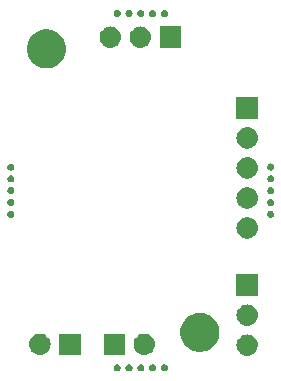
<source format=gbr>
G04 #@! TF.GenerationSoftware,KiCad,Pcbnew,5.0.2-bee76a0~70~ubuntu18.04.1*
G04 #@! TF.CreationDate,2019-07-19T10:46:57+02:00*
G04 #@! TF.ProjectId,AutoGardener_Outdoor,4175746f-4761-4726-9465-6e65725f4f75,rev?*
G04 #@! TF.SameCoordinates,Original*
G04 #@! TF.FileFunction,Soldermask,Bot*
G04 #@! TF.FilePolarity,Negative*
%FSLAX46Y46*%
G04 Gerber Fmt 4.6, Leading zero omitted, Abs format (unit mm)*
G04 Created by KiCad (PCBNEW 5.0.2-bee76a0~70~ubuntu18.04.1) date Fri 19 Jul 2019 10:46:57 CEST*
%MOMM*%
%LPD*%
G01*
G04 APERTURE LIST*
%ADD10C,0.100000*%
G04 APERTURE END LIST*
D10*
G36*
X191087796Y-149710567D02*
X191142578Y-149733258D01*
X191191879Y-149766200D01*
X191233800Y-149808121D01*
X191266742Y-149857422D01*
X191289433Y-149912204D01*
X191301000Y-149970353D01*
X191301000Y-150029647D01*
X191289433Y-150087796D01*
X191266742Y-150142578D01*
X191233800Y-150191879D01*
X191191879Y-150233800D01*
X191142578Y-150266742D01*
X191087796Y-150289433D01*
X191029647Y-150301000D01*
X190970353Y-150301000D01*
X190912204Y-150289433D01*
X190857422Y-150266742D01*
X190808121Y-150233800D01*
X190766200Y-150191879D01*
X190733258Y-150142578D01*
X190710567Y-150087796D01*
X190699000Y-150029647D01*
X190699000Y-149970353D01*
X190710567Y-149912204D01*
X190733258Y-149857422D01*
X190766200Y-149808121D01*
X190808121Y-149766200D01*
X190857422Y-149733258D01*
X190912204Y-149710567D01*
X190970353Y-149699000D01*
X191029647Y-149699000D01*
X191087796Y-149710567D01*
X191087796Y-149710567D01*
G37*
G36*
X193087796Y-149710567D02*
X193142578Y-149733258D01*
X193191879Y-149766200D01*
X193233800Y-149808121D01*
X193266742Y-149857422D01*
X193289433Y-149912204D01*
X193301000Y-149970353D01*
X193301000Y-150029647D01*
X193289433Y-150087796D01*
X193266742Y-150142578D01*
X193233800Y-150191879D01*
X193191879Y-150233800D01*
X193142578Y-150266742D01*
X193087796Y-150289433D01*
X193029647Y-150301000D01*
X192970353Y-150301000D01*
X192912204Y-150289433D01*
X192857422Y-150266742D01*
X192808121Y-150233800D01*
X192766200Y-150191879D01*
X192733258Y-150142578D01*
X192710567Y-150087796D01*
X192699000Y-150029647D01*
X192699000Y-149970353D01*
X192710567Y-149912204D01*
X192733258Y-149857422D01*
X192766200Y-149808121D01*
X192808121Y-149766200D01*
X192857422Y-149733258D01*
X192912204Y-149710567D01*
X192970353Y-149699000D01*
X193029647Y-149699000D01*
X193087796Y-149710567D01*
X193087796Y-149710567D01*
G37*
G36*
X189087796Y-149710567D02*
X189142578Y-149733258D01*
X189191879Y-149766200D01*
X189233800Y-149808121D01*
X189266742Y-149857422D01*
X189289433Y-149912204D01*
X189301000Y-149970353D01*
X189301000Y-150029647D01*
X189289433Y-150087796D01*
X189266742Y-150142578D01*
X189233800Y-150191879D01*
X189191879Y-150233800D01*
X189142578Y-150266742D01*
X189087796Y-150289433D01*
X189029647Y-150301000D01*
X188970353Y-150301000D01*
X188912204Y-150289433D01*
X188857422Y-150266742D01*
X188808121Y-150233800D01*
X188766200Y-150191879D01*
X188733258Y-150142578D01*
X188710567Y-150087796D01*
X188699000Y-150029647D01*
X188699000Y-149970353D01*
X188710567Y-149912204D01*
X188733258Y-149857422D01*
X188766200Y-149808121D01*
X188808121Y-149766200D01*
X188857422Y-149733258D01*
X188912204Y-149710567D01*
X188970353Y-149699000D01*
X189029647Y-149699000D01*
X189087796Y-149710567D01*
X189087796Y-149710567D01*
G37*
G36*
X190087796Y-149710567D02*
X190142578Y-149733258D01*
X190191879Y-149766200D01*
X190233800Y-149808121D01*
X190266742Y-149857422D01*
X190289433Y-149912204D01*
X190301000Y-149970353D01*
X190301000Y-150029647D01*
X190289433Y-150087796D01*
X190266742Y-150142578D01*
X190233800Y-150191879D01*
X190191879Y-150233800D01*
X190142578Y-150266742D01*
X190087796Y-150289433D01*
X190029647Y-150301000D01*
X189970353Y-150301000D01*
X189912204Y-150289433D01*
X189857422Y-150266742D01*
X189808121Y-150233800D01*
X189766200Y-150191879D01*
X189733258Y-150142578D01*
X189710567Y-150087796D01*
X189699000Y-150029647D01*
X189699000Y-149970353D01*
X189710567Y-149912204D01*
X189733258Y-149857422D01*
X189766200Y-149808121D01*
X189808121Y-149766200D01*
X189857422Y-149733258D01*
X189912204Y-149710567D01*
X189970353Y-149699000D01*
X190029647Y-149699000D01*
X190087796Y-149710567D01*
X190087796Y-149710567D01*
G37*
G36*
X192087796Y-149710567D02*
X192142578Y-149733258D01*
X192191879Y-149766200D01*
X192233800Y-149808121D01*
X192266742Y-149857422D01*
X192289433Y-149912204D01*
X192301000Y-149970353D01*
X192301000Y-150029647D01*
X192289433Y-150087796D01*
X192266742Y-150142578D01*
X192233800Y-150191879D01*
X192191879Y-150233800D01*
X192142578Y-150266742D01*
X192087796Y-150289433D01*
X192029647Y-150301000D01*
X191970353Y-150301000D01*
X191912204Y-150289433D01*
X191857422Y-150266742D01*
X191808121Y-150233800D01*
X191766200Y-150191879D01*
X191733258Y-150142578D01*
X191710567Y-150087796D01*
X191699000Y-150029647D01*
X191699000Y-149970353D01*
X191710567Y-149912204D01*
X191733258Y-149857422D01*
X191766200Y-149808121D01*
X191808121Y-149766200D01*
X191857422Y-149733258D01*
X191912204Y-149710567D01*
X191970353Y-149699000D01*
X192029647Y-149699000D01*
X192087796Y-149710567D01*
X192087796Y-149710567D01*
G37*
G36*
X200110442Y-147185518D02*
X200176627Y-147192037D01*
X200289853Y-147226384D01*
X200346467Y-147243557D01*
X200485087Y-147317652D01*
X200502991Y-147327222D01*
X200538729Y-147356552D01*
X200640186Y-147439814D01*
X200723448Y-147541271D01*
X200752778Y-147577009D01*
X200752779Y-147577011D01*
X200836443Y-147733533D01*
X200836443Y-147733534D01*
X200887963Y-147903373D01*
X200905359Y-148080000D01*
X200887963Y-148256627D01*
X200880140Y-148282415D01*
X200836443Y-148426467D01*
X200795539Y-148502991D01*
X200752778Y-148582991D01*
X200723448Y-148618729D01*
X200640186Y-148720186D01*
X200538729Y-148803448D01*
X200502991Y-148832778D01*
X200502989Y-148832779D01*
X200346467Y-148916443D01*
X200289853Y-148933616D01*
X200176627Y-148967963D01*
X200110443Y-148974481D01*
X200044260Y-148981000D01*
X199955740Y-148981000D01*
X199889557Y-148974481D01*
X199823373Y-148967963D01*
X199710147Y-148933616D01*
X199653533Y-148916443D01*
X199497011Y-148832779D01*
X199497009Y-148832778D01*
X199461271Y-148803448D01*
X199359814Y-148720186D01*
X199276552Y-148618729D01*
X199247222Y-148582991D01*
X199204461Y-148502991D01*
X199163557Y-148426467D01*
X199119860Y-148282415D01*
X199112037Y-148256627D01*
X199094641Y-148080000D01*
X199112037Y-147903373D01*
X199163557Y-147733534D01*
X199163557Y-147733533D01*
X199247221Y-147577011D01*
X199247222Y-147577009D01*
X199276552Y-147541271D01*
X199359814Y-147439814D01*
X199461271Y-147356552D01*
X199497009Y-147327222D01*
X199514913Y-147317652D01*
X199653533Y-147243557D01*
X199710147Y-147226384D01*
X199823373Y-147192037D01*
X199889558Y-147185518D01*
X199955740Y-147179000D01*
X200044260Y-147179000D01*
X200110442Y-147185518D01*
X200110442Y-147185518D01*
G37*
G36*
X191400442Y-147105518D02*
X191466627Y-147112037D01*
X191579853Y-147146384D01*
X191636467Y-147163557D01*
X191775087Y-147237652D01*
X191792991Y-147247222D01*
X191828729Y-147276552D01*
X191930186Y-147359814D01*
X191995839Y-147439814D01*
X192042778Y-147497009D01*
X192042779Y-147497011D01*
X192126443Y-147653533D01*
X192126443Y-147653534D01*
X192177963Y-147823373D01*
X192195359Y-148000000D01*
X192177963Y-148176627D01*
X192153696Y-148256625D01*
X192126443Y-148346467D01*
X192052348Y-148485087D01*
X192042778Y-148502991D01*
X192013448Y-148538729D01*
X191930186Y-148640186D01*
X191832705Y-148720185D01*
X191792991Y-148752778D01*
X191792989Y-148752779D01*
X191636467Y-148836443D01*
X191579853Y-148853616D01*
X191466627Y-148887963D01*
X191400443Y-148894481D01*
X191334260Y-148901000D01*
X191245740Y-148901000D01*
X191179557Y-148894481D01*
X191113373Y-148887963D01*
X191000147Y-148853616D01*
X190943533Y-148836443D01*
X190787011Y-148752779D01*
X190787009Y-148752778D01*
X190747295Y-148720185D01*
X190649814Y-148640186D01*
X190566552Y-148538729D01*
X190537222Y-148502991D01*
X190527652Y-148485087D01*
X190453557Y-148346467D01*
X190426304Y-148256625D01*
X190402037Y-148176627D01*
X190384641Y-148000000D01*
X190402037Y-147823373D01*
X190453557Y-147653534D01*
X190453557Y-147653533D01*
X190537221Y-147497011D01*
X190537222Y-147497009D01*
X190584161Y-147439814D01*
X190649814Y-147359814D01*
X190751271Y-147276552D01*
X190787009Y-147247222D01*
X190804913Y-147237652D01*
X190943533Y-147163557D01*
X191000147Y-147146384D01*
X191113373Y-147112037D01*
X191179558Y-147105518D01*
X191245740Y-147099000D01*
X191334260Y-147099000D01*
X191400442Y-147105518D01*
X191400442Y-147105518D01*
G37*
G36*
X189651000Y-148901000D02*
X187849000Y-148901000D01*
X187849000Y-147099000D01*
X189651000Y-147099000D01*
X189651000Y-148901000D01*
X189651000Y-148901000D01*
G37*
G36*
X185901000Y-148901000D02*
X184099000Y-148901000D01*
X184099000Y-147099000D01*
X185901000Y-147099000D01*
X185901000Y-148901000D01*
X185901000Y-148901000D01*
G37*
G36*
X182570442Y-147105518D02*
X182636627Y-147112037D01*
X182749853Y-147146384D01*
X182806467Y-147163557D01*
X182945087Y-147237652D01*
X182962991Y-147247222D01*
X182998729Y-147276552D01*
X183100186Y-147359814D01*
X183165839Y-147439814D01*
X183212778Y-147497009D01*
X183212779Y-147497011D01*
X183296443Y-147653533D01*
X183296443Y-147653534D01*
X183347963Y-147823373D01*
X183365359Y-148000000D01*
X183347963Y-148176627D01*
X183323696Y-148256625D01*
X183296443Y-148346467D01*
X183222348Y-148485087D01*
X183212778Y-148502991D01*
X183183448Y-148538729D01*
X183100186Y-148640186D01*
X183002705Y-148720185D01*
X182962991Y-148752778D01*
X182962989Y-148752779D01*
X182806467Y-148836443D01*
X182749853Y-148853616D01*
X182636627Y-148887963D01*
X182570443Y-148894481D01*
X182504260Y-148901000D01*
X182415740Y-148901000D01*
X182349557Y-148894481D01*
X182283373Y-148887963D01*
X182170147Y-148853616D01*
X182113533Y-148836443D01*
X181957011Y-148752779D01*
X181957009Y-148752778D01*
X181917295Y-148720185D01*
X181819814Y-148640186D01*
X181736552Y-148538729D01*
X181707222Y-148502991D01*
X181697652Y-148485087D01*
X181623557Y-148346467D01*
X181596304Y-148256625D01*
X181572037Y-148176627D01*
X181554641Y-148000000D01*
X181572037Y-147823373D01*
X181623557Y-147653534D01*
X181623557Y-147653533D01*
X181707221Y-147497011D01*
X181707222Y-147497009D01*
X181754161Y-147439814D01*
X181819814Y-147359814D01*
X181921271Y-147276552D01*
X181957009Y-147247222D01*
X181974913Y-147237652D01*
X182113533Y-147163557D01*
X182170147Y-147146384D01*
X182283373Y-147112037D01*
X182349558Y-147105518D01*
X182415740Y-147099000D01*
X182504260Y-147099000D01*
X182570442Y-147105518D01*
X182570442Y-147105518D01*
G37*
G36*
X196375256Y-145391298D02*
X196481579Y-145412447D01*
X196782042Y-145536903D01*
X197048852Y-145715180D01*
X197052454Y-145717587D01*
X197282413Y-145947546D01*
X197463098Y-146217960D01*
X197587553Y-146518422D01*
X197651000Y-146837389D01*
X197651000Y-147162611D01*
X197611774Y-147359814D01*
X197587553Y-147481579D01*
X197463097Y-147782042D01*
X197317462Y-148000000D01*
X197282413Y-148052454D01*
X197052454Y-148282413D01*
X197052451Y-148282415D01*
X196782042Y-148463097D01*
X196481579Y-148587553D01*
X196375256Y-148608702D01*
X196162611Y-148651000D01*
X195837389Y-148651000D01*
X195624744Y-148608702D01*
X195518421Y-148587553D01*
X195217958Y-148463097D01*
X194947549Y-148282415D01*
X194947546Y-148282413D01*
X194717587Y-148052454D01*
X194682538Y-148000000D01*
X194536903Y-147782042D01*
X194412447Y-147481579D01*
X194388226Y-147359814D01*
X194349000Y-147162611D01*
X194349000Y-146837389D01*
X194412447Y-146518422D01*
X194536902Y-146217960D01*
X194717587Y-145947546D01*
X194947546Y-145717587D01*
X194951148Y-145715180D01*
X195217958Y-145536903D01*
X195518421Y-145412447D01*
X195624744Y-145391298D01*
X195837389Y-145349000D01*
X196162611Y-145349000D01*
X196375256Y-145391298D01*
X196375256Y-145391298D01*
G37*
G36*
X200110442Y-144645518D02*
X200176627Y-144652037D01*
X200289853Y-144686384D01*
X200346467Y-144703557D01*
X200485087Y-144777652D01*
X200502991Y-144787222D01*
X200538729Y-144816552D01*
X200640186Y-144899814D01*
X200723448Y-145001271D01*
X200752778Y-145037009D01*
X200752779Y-145037011D01*
X200836443Y-145193533D01*
X200836443Y-145193534D01*
X200887963Y-145363373D01*
X200905359Y-145540000D01*
X200887963Y-145716627D01*
X200853616Y-145829853D01*
X200836443Y-145886467D01*
X200762348Y-146025087D01*
X200752778Y-146042991D01*
X200723448Y-146078729D01*
X200640186Y-146180186D01*
X200538729Y-146263448D01*
X200502991Y-146292778D01*
X200502989Y-146292779D01*
X200346467Y-146376443D01*
X200289853Y-146393616D01*
X200176627Y-146427963D01*
X200110442Y-146434482D01*
X200044260Y-146441000D01*
X199955740Y-146441000D01*
X199889558Y-146434482D01*
X199823373Y-146427963D01*
X199710147Y-146393616D01*
X199653533Y-146376443D01*
X199497011Y-146292779D01*
X199497009Y-146292778D01*
X199461271Y-146263448D01*
X199359814Y-146180186D01*
X199276552Y-146078729D01*
X199247222Y-146042991D01*
X199237652Y-146025087D01*
X199163557Y-145886467D01*
X199146384Y-145829853D01*
X199112037Y-145716627D01*
X199094641Y-145540000D01*
X199112037Y-145363373D01*
X199163557Y-145193534D01*
X199163557Y-145193533D01*
X199247221Y-145037011D01*
X199247222Y-145037009D01*
X199276552Y-145001271D01*
X199359814Y-144899814D01*
X199461271Y-144816552D01*
X199497009Y-144787222D01*
X199514913Y-144777652D01*
X199653533Y-144703557D01*
X199710147Y-144686384D01*
X199823373Y-144652037D01*
X199889558Y-144645518D01*
X199955740Y-144639000D01*
X200044260Y-144639000D01*
X200110442Y-144645518D01*
X200110442Y-144645518D01*
G37*
G36*
X200901000Y-143901000D02*
X199099000Y-143901000D01*
X199099000Y-142099000D01*
X200901000Y-142099000D01*
X200901000Y-143901000D01*
X200901000Y-143901000D01*
G37*
G36*
X200110443Y-137265519D02*
X200176627Y-137272037D01*
X200272105Y-137301000D01*
X200346467Y-137323557D01*
X200485087Y-137397652D01*
X200502991Y-137407222D01*
X200538729Y-137436552D01*
X200640186Y-137519814D01*
X200723448Y-137621271D01*
X200752778Y-137657009D01*
X200752779Y-137657011D01*
X200836443Y-137813533D01*
X200836443Y-137813534D01*
X200887963Y-137983373D01*
X200905359Y-138160000D01*
X200887963Y-138336627D01*
X200853616Y-138449853D01*
X200836443Y-138506467D01*
X200762348Y-138645087D01*
X200752778Y-138662991D01*
X200723448Y-138698729D01*
X200640186Y-138800186D01*
X200538729Y-138883448D01*
X200502991Y-138912778D01*
X200502989Y-138912779D01*
X200346467Y-138996443D01*
X200289853Y-139013616D01*
X200176627Y-139047963D01*
X200110443Y-139054481D01*
X200044260Y-139061000D01*
X199955740Y-139061000D01*
X199889557Y-139054481D01*
X199823373Y-139047963D01*
X199710147Y-139013616D01*
X199653533Y-138996443D01*
X199497011Y-138912779D01*
X199497009Y-138912778D01*
X199461271Y-138883448D01*
X199359814Y-138800186D01*
X199276552Y-138698729D01*
X199247222Y-138662991D01*
X199237652Y-138645087D01*
X199163557Y-138506467D01*
X199146384Y-138449853D01*
X199112037Y-138336627D01*
X199094641Y-138160000D01*
X199112037Y-137983373D01*
X199163557Y-137813534D01*
X199163557Y-137813533D01*
X199247221Y-137657011D01*
X199247222Y-137657009D01*
X199276552Y-137621271D01*
X199359814Y-137519814D01*
X199461271Y-137436552D01*
X199497009Y-137407222D01*
X199514913Y-137397652D01*
X199653533Y-137323557D01*
X199727895Y-137301000D01*
X199823373Y-137272037D01*
X199889557Y-137265519D01*
X199955740Y-137259000D01*
X200044260Y-137259000D01*
X200110443Y-137265519D01*
X200110443Y-137265519D01*
G37*
G36*
X202087796Y-136710567D02*
X202142578Y-136733258D01*
X202191879Y-136766200D01*
X202233800Y-136808121D01*
X202266742Y-136857422D01*
X202289433Y-136912204D01*
X202301000Y-136970353D01*
X202301000Y-137029647D01*
X202289433Y-137087796D01*
X202266742Y-137142578D01*
X202233800Y-137191879D01*
X202191879Y-137233800D01*
X202142578Y-137266742D01*
X202087796Y-137289433D01*
X202029647Y-137301000D01*
X201970353Y-137301000D01*
X201912204Y-137289433D01*
X201857422Y-137266742D01*
X201808121Y-137233800D01*
X201766200Y-137191879D01*
X201733258Y-137142578D01*
X201710567Y-137087796D01*
X201699000Y-137029647D01*
X201699000Y-136970353D01*
X201710567Y-136912204D01*
X201733258Y-136857422D01*
X201766200Y-136808121D01*
X201808121Y-136766200D01*
X201857422Y-136733258D01*
X201912204Y-136710567D01*
X201970353Y-136699000D01*
X202029647Y-136699000D01*
X202087796Y-136710567D01*
X202087796Y-136710567D01*
G37*
G36*
X180087796Y-136710567D02*
X180142578Y-136733258D01*
X180191879Y-136766200D01*
X180233800Y-136808121D01*
X180266742Y-136857422D01*
X180289433Y-136912204D01*
X180301000Y-136970353D01*
X180301000Y-137029647D01*
X180289433Y-137087796D01*
X180266742Y-137142578D01*
X180233800Y-137191879D01*
X180191879Y-137233800D01*
X180142578Y-137266742D01*
X180087796Y-137289433D01*
X180029647Y-137301000D01*
X179970353Y-137301000D01*
X179912204Y-137289433D01*
X179857422Y-137266742D01*
X179808121Y-137233800D01*
X179766200Y-137191879D01*
X179733258Y-137142578D01*
X179710567Y-137087796D01*
X179699000Y-137029647D01*
X179699000Y-136970353D01*
X179710567Y-136912204D01*
X179733258Y-136857422D01*
X179766200Y-136808121D01*
X179808121Y-136766200D01*
X179857422Y-136733258D01*
X179912204Y-136710567D01*
X179970353Y-136699000D01*
X180029647Y-136699000D01*
X180087796Y-136710567D01*
X180087796Y-136710567D01*
G37*
G36*
X200110442Y-134725518D02*
X200176627Y-134732037D01*
X200289241Y-134766198D01*
X200346467Y-134783557D01*
X200484657Y-134857422D01*
X200502991Y-134867222D01*
X200538729Y-134896552D01*
X200640186Y-134979814D01*
X200723448Y-135081271D01*
X200752778Y-135117009D01*
X200752779Y-135117011D01*
X200836443Y-135273533D01*
X200836443Y-135273534D01*
X200887963Y-135443373D01*
X200905359Y-135620000D01*
X200887963Y-135796627D01*
X200853616Y-135909853D01*
X200836443Y-135966467D01*
X200802672Y-136029647D01*
X200752778Y-136122991D01*
X200736704Y-136142577D01*
X200640186Y-136260186D01*
X200538729Y-136343448D01*
X200502991Y-136372778D01*
X200502989Y-136372779D01*
X200346467Y-136456443D01*
X200289853Y-136473616D01*
X200176627Y-136507963D01*
X200110443Y-136514481D01*
X200044260Y-136521000D01*
X199955740Y-136521000D01*
X199889557Y-136514481D01*
X199823373Y-136507963D01*
X199710147Y-136473616D01*
X199653533Y-136456443D01*
X199497011Y-136372779D01*
X199497009Y-136372778D01*
X199461271Y-136343448D01*
X199359814Y-136260186D01*
X199263296Y-136142577D01*
X199247222Y-136122991D01*
X199197328Y-136029647D01*
X199163557Y-135966467D01*
X199146384Y-135909853D01*
X199112037Y-135796627D01*
X199094641Y-135620000D01*
X199112037Y-135443373D01*
X199163557Y-135273534D01*
X199163557Y-135273533D01*
X199247221Y-135117011D01*
X199247222Y-135117009D01*
X199276552Y-135081271D01*
X199359814Y-134979814D01*
X199461271Y-134896552D01*
X199497009Y-134867222D01*
X199515343Y-134857422D01*
X199653533Y-134783557D01*
X199710759Y-134766198D01*
X199823373Y-134732037D01*
X199889558Y-134725518D01*
X199955740Y-134719000D01*
X200044260Y-134719000D01*
X200110442Y-134725518D01*
X200110442Y-134725518D01*
G37*
G36*
X202087796Y-135710567D02*
X202142578Y-135733258D01*
X202191879Y-135766200D01*
X202233800Y-135808121D01*
X202266742Y-135857422D01*
X202289433Y-135912204D01*
X202301000Y-135970353D01*
X202301000Y-136029647D01*
X202289433Y-136087796D01*
X202266742Y-136142578D01*
X202233800Y-136191879D01*
X202191879Y-136233800D01*
X202142578Y-136266742D01*
X202087796Y-136289433D01*
X202029647Y-136301000D01*
X201970353Y-136301000D01*
X201912204Y-136289433D01*
X201857422Y-136266742D01*
X201808121Y-136233800D01*
X201766200Y-136191879D01*
X201733258Y-136142578D01*
X201710567Y-136087796D01*
X201699000Y-136029647D01*
X201699000Y-135970353D01*
X201710567Y-135912204D01*
X201733258Y-135857422D01*
X201766200Y-135808121D01*
X201808121Y-135766200D01*
X201857422Y-135733258D01*
X201912204Y-135710567D01*
X201970353Y-135699000D01*
X202029647Y-135699000D01*
X202087796Y-135710567D01*
X202087796Y-135710567D01*
G37*
G36*
X180087796Y-135710567D02*
X180142578Y-135733258D01*
X180191879Y-135766200D01*
X180233800Y-135808121D01*
X180266742Y-135857422D01*
X180289433Y-135912204D01*
X180301000Y-135970353D01*
X180301000Y-136029647D01*
X180289433Y-136087796D01*
X180266742Y-136142578D01*
X180233800Y-136191879D01*
X180191879Y-136233800D01*
X180142578Y-136266742D01*
X180087796Y-136289433D01*
X180029647Y-136301000D01*
X179970353Y-136301000D01*
X179912204Y-136289433D01*
X179857422Y-136266742D01*
X179808121Y-136233800D01*
X179766200Y-136191879D01*
X179733258Y-136142578D01*
X179710567Y-136087796D01*
X179699000Y-136029647D01*
X179699000Y-135970353D01*
X179710567Y-135912204D01*
X179733258Y-135857422D01*
X179766200Y-135808121D01*
X179808121Y-135766200D01*
X179857422Y-135733258D01*
X179912204Y-135710567D01*
X179970353Y-135699000D01*
X180029647Y-135699000D01*
X180087796Y-135710567D01*
X180087796Y-135710567D01*
G37*
G36*
X180087796Y-134710567D02*
X180142578Y-134733258D01*
X180191879Y-134766200D01*
X180233800Y-134808121D01*
X180266742Y-134857422D01*
X180289433Y-134912204D01*
X180301000Y-134970353D01*
X180301000Y-135029647D01*
X180289433Y-135087796D01*
X180266742Y-135142578D01*
X180233800Y-135191879D01*
X180191879Y-135233800D01*
X180142578Y-135266742D01*
X180087796Y-135289433D01*
X180029647Y-135301000D01*
X179970353Y-135301000D01*
X179912204Y-135289433D01*
X179857422Y-135266742D01*
X179808121Y-135233800D01*
X179766200Y-135191879D01*
X179733258Y-135142578D01*
X179710567Y-135087796D01*
X179699000Y-135029647D01*
X179699000Y-134970353D01*
X179710567Y-134912204D01*
X179733258Y-134857422D01*
X179766200Y-134808121D01*
X179808121Y-134766200D01*
X179857422Y-134733258D01*
X179912204Y-134710567D01*
X179970353Y-134699000D01*
X180029647Y-134699000D01*
X180087796Y-134710567D01*
X180087796Y-134710567D01*
G37*
G36*
X202087796Y-134710567D02*
X202142578Y-134733258D01*
X202191879Y-134766200D01*
X202233800Y-134808121D01*
X202266742Y-134857422D01*
X202289433Y-134912204D01*
X202301000Y-134970353D01*
X202301000Y-135029647D01*
X202289433Y-135087796D01*
X202266742Y-135142578D01*
X202233800Y-135191879D01*
X202191879Y-135233800D01*
X202142578Y-135266742D01*
X202087796Y-135289433D01*
X202029647Y-135301000D01*
X201970353Y-135301000D01*
X201912204Y-135289433D01*
X201857422Y-135266742D01*
X201808121Y-135233800D01*
X201766200Y-135191879D01*
X201733258Y-135142578D01*
X201710567Y-135087796D01*
X201699000Y-135029647D01*
X201699000Y-134970353D01*
X201710567Y-134912204D01*
X201733258Y-134857422D01*
X201766200Y-134808121D01*
X201808121Y-134766200D01*
X201857422Y-134733258D01*
X201912204Y-134710567D01*
X201970353Y-134699000D01*
X202029647Y-134699000D01*
X202087796Y-134710567D01*
X202087796Y-134710567D01*
G37*
G36*
X180087796Y-133710567D02*
X180142578Y-133733258D01*
X180191879Y-133766200D01*
X180233800Y-133808121D01*
X180266742Y-133857422D01*
X180289433Y-133912204D01*
X180301000Y-133970353D01*
X180301000Y-134029647D01*
X180289433Y-134087796D01*
X180266742Y-134142578D01*
X180233800Y-134191879D01*
X180191879Y-134233800D01*
X180142578Y-134266742D01*
X180087796Y-134289433D01*
X180029647Y-134301000D01*
X179970353Y-134301000D01*
X179912204Y-134289433D01*
X179857422Y-134266742D01*
X179808121Y-134233800D01*
X179766200Y-134191879D01*
X179733258Y-134142578D01*
X179710567Y-134087796D01*
X179699000Y-134029647D01*
X179699000Y-133970353D01*
X179710567Y-133912204D01*
X179733258Y-133857422D01*
X179766200Y-133808121D01*
X179808121Y-133766200D01*
X179857422Y-133733258D01*
X179912204Y-133710567D01*
X179970353Y-133699000D01*
X180029647Y-133699000D01*
X180087796Y-133710567D01*
X180087796Y-133710567D01*
G37*
G36*
X202087796Y-133710567D02*
X202142578Y-133733258D01*
X202191879Y-133766200D01*
X202233800Y-133808121D01*
X202266742Y-133857422D01*
X202289433Y-133912204D01*
X202301000Y-133970353D01*
X202301000Y-134029647D01*
X202289433Y-134087796D01*
X202266742Y-134142578D01*
X202233800Y-134191879D01*
X202191879Y-134233800D01*
X202142578Y-134266742D01*
X202087796Y-134289433D01*
X202029647Y-134301000D01*
X201970353Y-134301000D01*
X201912204Y-134289433D01*
X201857422Y-134266742D01*
X201808121Y-134233800D01*
X201766200Y-134191879D01*
X201733258Y-134142578D01*
X201710567Y-134087796D01*
X201699000Y-134029647D01*
X201699000Y-133970353D01*
X201710567Y-133912204D01*
X201733258Y-133857422D01*
X201766200Y-133808121D01*
X201808121Y-133766200D01*
X201857422Y-133733258D01*
X201912204Y-133710567D01*
X201970353Y-133699000D01*
X202029647Y-133699000D01*
X202087796Y-133710567D01*
X202087796Y-133710567D01*
G37*
G36*
X200110442Y-132185518D02*
X200176627Y-132192037D01*
X200289853Y-132226384D01*
X200346467Y-132243557D01*
X200485087Y-132317652D01*
X200502991Y-132327222D01*
X200538729Y-132356552D01*
X200640186Y-132439814D01*
X200723448Y-132541271D01*
X200752778Y-132577009D01*
X200752779Y-132577011D01*
X200836443Y-132733533D01*
X200846352Y-132766200D01*
X200887963Y-132903373D01*
X200905359Y-133080000D01*
X200887963Y-133256627D01*
X200853616Y-133369853D01*
X200836443Y-133426467D01*
X200762348Y-133565087D01*
X200752778Y-133582991D01*
X200723448Y-133618729D01*
X200640186Y-133720186D01*
X200538729Y-133803448D01*
X200502991Y-133832778D01*
X200502989Y-133832779D01*
X200346467Y-133916443D01*
X200289853Y-133933616D01*
X200176627Y-133967963D01*
X200110442Y-133974482D01*
X200044260Y-133981000D01*
X199955740Y-133981000D01*
X199889558Y-133974482D01*
X199823373Y-133967963D01*
X199710147Y-133933616D01*
X199653533Y-133916443D01*
X199497011Y-133832779D01*
X199497009Y-133832778D01*
X199461271Y-133803448D01*
X199359814Y-133720186D01*
X199276552Y-133618729D01*
X199247222Y-133582991D01*
X199237652Y-133565087D01*
X199163557Y-133426467D01*
X199146384Y-133369853D01*
X199112037Y-133256627D01*
X199094641Y-133080000D01*
X199112037Y-132903373D01*
X199153648Y-132766200D01*
X199163557Y-132733533D01*
X199247221Y-132577011D01*
X199247222Y-132577009D01*
X199276552Y-132541271D01*
X199359814Y-132439814D01*
X199461271Y-132356552D01*
X199497009Y-132327222D01*
X199514913Y-132317652D01*
X199653533Y-132243557D01*
X199710147Y-132226384D01*
X199823373Y-132192037D01*
X199889558Y-132185518D01*
X199955740Y-132179000D01*
X200044260Y-132179000D01*
X200110442Y-132185518D01*
X200110442Y-132185518D01*
G37*
G36*
X202087796Y-132710567D02*
X202142578Y-132733258D01*
X202191879Y-132766200D01*
X202233800Y-132808121D01*
X202266742Y-132857422D01*
X202289433Y-132912204D01*
X202301000Y-132970353D01*
X202301000Y-133029647D01*
X202289433Y-133087796D01*
X202266742Y-133142578D01*
X202233800Y-133191879D01*
X202191879Y-133233800D01*
X202142578Y-133266742D01*
X202087796Y-133289433D01*
X202029647Y-133301000D01*
X201970353Y-133301000D01*
X201912204Y-133289433D01*
X201857422Y-133266742D01*
X201808121Y-133233800D01*
X201766200Y-133191879D01*
X201733258Y-133142578D01*
X201710567Y-133087796D01*
X201699000Y-133029647D01*
X201699000Y-132970353D01*
X201710567Y-132912204D01*
X201733258Y-132857422D01*
X201766200Y-132808121D01*
X201808121Y-132766200D01*
X201857422Y-132733258D01*
X201912204Y-132710567D01*
X201970353Y-132699000D01*
X202029647Y-132699000D01*
X202087796Y-132710567D01*
X202087796Y-132710567D01*
G37*
G36*
X180087796Y-132710567D02*
X180142578Y-132733258D01*
X180191879Y-132766200D01*
X180233800Y-132808121D01*
X180266742Y-132857422D01*
X180289433Y-132912204D01*
X180301000Y-132970353D01*
X180301000Y-133029647D01*
X180289433Y-133087796D01*
X180266742Y-133142578D01*
X180233800Y-133191879D01*
X180191879Y-133233800D01*
X180142578Y-133266742D01*
X180087796Y-133289433D01*
X180029647Y-133301000D01*
X179970353Y-133301000D01*
X179912204Y-133289433D01*
X179857422Y-133266742D01*
X179808121Y-133233800D01*
X179766200Y-133191879D01*
X179733258Y-133142578D01*
X179710567Y-133087796D01*
X179699000Y-133029647D01*
X179699000Y-132970353D01*
X179710567Y-132912204D01*
X179733258Y-132857422D01*
X179766200Y-132808121D01*
X179808121Y-132766200D01*
X179857422Y-132733258D01*
X179912204Y-132710567D01*
X179970353Y-132699000D01*
X180029647Y-132699000D01*
X180087796Y-132710567D01*
X180087796Y-132710567D01*
G37*
G36*
X200110442Y-129645518D02*
X200176627Y-129652037D01*
X200289853Y-129686384D01*
X200346467Y-129703557D01*
X200485087Y-129777652D01*
X200502991Y-129787222D01*
X200538729Y-129816552D01*
X200640186Y-129899814D01*
X200723448Y-130001271D01*
X200752778Y-130037009D01*
X200752779Y-130037011D01*
X200836443Y-130193533D01*
X200836443Y-130193534D01*
X200887963Y-130363373D01*
X200905359Y-130540000D01*
X200887963Y-130716627D01*
X200853616Y-130829853D01*
X200836443Y-130886467D01*
X200762348Y-131025087D01*
X200752778Y-131042991D01*
X200723448Y-131078729D01*
X200640186Y-131180186D01*
X200538729Y-131263448D01*
X200502991Y-131292778D01*
X200502989Y-131292779D01*
X200346467Y-131376443D01*
X200289853Y-131393616D01*
X200176627Y-131427963D01*
X200110442Y-131434482D01*
X200044260Y-131441000D01*
X199955740Y-131441000D01*
X199889558Y-131434482D01*
X199823373Y-131427963D01*
X199710147Y-131393616D01*
X199653533Y-131376443D01*
X199497011Y-131292779D01*
X199497009Y-131292778D01*
X199461271Y-131263448D01*
X199359814Y-131180186D01*
X199276552Y-131078729D01*
X199247222Y-131042991D01*
X199237652Y-131025087D01*
X199163557Y-130886467D01*
X199146384Y-130829853D01*
X199112037Y-130716627D01*
X199094641Y-130540000D01*
X199112037Y-130363373D01*
X199163557Y-130193534D01*
X199163557Y-130193533D01*
X199247221Y-130037011D01*
X199247222Y-130037009D01*
X199276552Y-130001271D01*
X199359814Y-129899814D01*
X199461271Y-129816552D01*
X199497009Y-129787222D01*
X199514913Y-129777652D01*
X199653533Y-129703557D01*
X199710147Y-129686384D01*
X199823373Y-129652037D01*
X199889558Y-129645518D01*
X199955740Y-129639000D01*
X200044260Y-129639000D01*
X200110442Y-129645518D01*
X200110442Y-129645518D01*
G37*
G36*
X200901000Y-128901000D02*
X199099000Y-128901000D01*
X199099000Y-127099000D01*
X200901000Y-127099000D01*
X200901000Y-128901000D01*
X200901000Y-128901000D01*
G37*
G36*
X183375256Y-121391298D02*
X183481579Y-121412447D01*
X183782042Y-121536903D01*
X183956592Y-121653534D01*
X184052454Y-121717587D01*
X184282413Y-121947546D01*
X184282415Y-121947549D01*
X184463097Y-122217958D01*
X184581162Y-122502991D01*
X184587553Y-122518422D01*
X184651000Y-122837389D01*
X184651000Y-123162611D01*
X184587553Y-123481578D01*
X184463098Y-123782040D01*
X184282413Y-124052454D01*
X184052454Y-124282413D01*
X184052451Y-124282415D01*
X183782042Y-124463097D01*
X183481579Y-124587553D01*
X183375256Y-124608702D01*
X183162611Y-124651000D01*
X182837389Y-124651000D01*
X182624744Y-124608702D01*
X182518421Y-124587553D01*
X182217958Y-124463097D01*
X181947549Y-124282415D01*
X181947546Y-124282413D01*
X181717587Y-124052454D01*
X181536902Y-123782040D01*
X181412447Y-123481578D01*
X181349000Y-123162611D01*
X181349000Y-122837389D01*
X181412447Y-122518422D01*
X181418839Y-122502991D01*
X181536903Y-122217958D01*
X181717585Y-121947549D01*
X181717587Y-121947546D01*
X181947546Y-121717587D01*
X182043408Y-121653534D01*
X182217958Y-121536903D01*
X182518421Y-121412447D01*
X182624744Y-121391298D01*
X182837389Y-121349000D01*
X183162611Y-121349000D01*
X183375256Y-121391298D01*
X183375256Y-121391298D01*
G37*
G36*
X188530442Y-121105518D02*
X188596627Y-121112037D01*
X188709853Y-121146384D01*
X188766467Y-121163557D01*
X188905087Y-121237652D01*
X188922991Y-121247222D01*
X188958729Y-121276552D01*
X189060186Y-121359814D01*
X189143448Y-121461271D01*
X189172778Y-121497009D01*
X189172779Y-121497011D01*
X189256443Y-121653533D01*
X189256443Y-121653534D01*
X189307963Y-121823373D01*
X189325359Y-122000000D01*
X189307963Y-122176627D01*
X189273616Y-122289853D01*
X189256443Y-122346467D01*
X189182348Y-122485087D01*
X189172778Y-122502991D01*
X189160114Y-122518422D01*
X189060186Y-122640186D01*
X188958729Y-122723448D01*
X188922991Y-122752778D01*
X188922989Y-122752779D01*
X188766467Y-122836443D01*
X188709853Y-122853616D01*
X188596627Y-122887963D01*
X188530442Y-122894482D01*
X188464260Y-122901000D01*
X188375740Y-122901000D01*
X188309558Y-122894482D01*
X188243373Y-122887963D01*
X188130147Y-122853616D01*
X188073533Y-122836443D01*
X187917011Y-122752779D01*
X187917009Y-122752778D01*
X187881271Y-122723448D01*
X187779814Y-122640186D01*
X187679886Y-122518422D01*
X187667222Y-122502991D01*
X187657652Y-122485087D01*
X187583557Y-122346467D01*
X187566384Y-122289853D01*
X187532037Y-122176627D01*
X187514641Y-122000000D01*
X187532037Y-121823373D01*
X187583557Y-121653534D01*
X187583557Y-121653533D01*
X187667221Y-121497011D01*
X187667222Y-121497009D01*
X187696552Y-121461271D01*
X187779814Y-121359814D01*
X187881271Y-121276552D01*
X187917009Y-121247222D01*
X187934913Y-121237652D01*
X188073533Y-121163557D01*
X188130147Y-121146384D01*
X188243373Y-121112037D01*
X188309558Y-121105518D01*
X188375740Y-121099000D01*
X188464260Y-121099000D01*
X188530442Y-121105518D01*
X188530442Y-121105518D01*
G37*
G36*
X191070442Y-121105518D02*
X191136627Y-121112037D01*
X191249853Y-121146384D01*
X191306467Y-121163557D01*
X191445087Y-121237652D01*
X191462991Y-121247222D01*
X191498729Y-121276552D01*
X191600186Y-121359814D01*
X191683448Y-121461271D01*
X191712778Y-121497009D01*
X191712779Y-121497011D01*
X191796443Y-121653533D01*
X191796443Y-121653534D01*
X191847963Y-121823373D01*
X191865359Y-122000000D01*
X191847963Y-122176627D01*
X191813616Y-122289853D01*
X191796443Y-122346467D01*
X191722348Y-122485087D01*
X191712778Y-122502991D01*
X191700114Y-122518422D01*
X191600186Y-122640186D01*
X191498729Y-122723448D01*
X191462991Y-122752778D01*
X191462989Y-122752779D01*
X191306467Y-122836443D01*
X191249853Y-122853616D01*
X191136627Y-122887963D01*
X191070442Y-122894482D01*
X191004260Y-122901000D01*
X190915740Y-122901000D01*
X190849558Y-122894482D01*
X190783373Y-122887963D01*
X190670147Y-122853616D01*
X190613533Y-122836443D01*
X190457011Y-122752779D01*
X190457009Y-122752778D01*
X190421271Y-122723448D01*
X190319814Y-122640186D01*
X190219886Y-122518422D01*
X190207222Y-122502991D01*
X190197652Y-122485087D01*
X190123557Y-122346467D01*
X190106384Y-122289853D01*
X190072037Y-122176627D01*
X190054641Y-122000000D01*
X190072037Y-121823373D01*
X190123557Y-121653534D01*
X190123557Y-121653533D01*
X190207221Y-121497011D01*
X190207222Y-121497009D01*
X190236552Y-121461271D01*
X190319814Y-121359814D01*
X190421271Y-121276552D01*
X190457009Y-121247222D01*
X190474913Y-121237652D01*
X190613533Y-121163557D01*
X190670147Y-121146384D01*
X190783373Y-121112037D01*
X190849558Y-121105518D01*
X190915740Y-121099000D01*
X191004260Y-121099000D01*
X191070442Y-121105518D01*
X191070442Y-121105518D01*
G37*
G36*
X194401000Y-122901000D02*
X192599000Y-122901000D01*
X192599000Y-121099000D01*
X194401000Y-121099000D01*
X194401000Y-122901000D01*
X194401000Y-122901000D01*
G37*
G36*
X192087796Y-119710567D02*
X192142578Y-119733258D01*
X192191879Y-119766200D01*
X192233800Y-119808121D01*
X192266742Y-119857422D01*
X192289433Y-119912204D01*
X192301000Y-119970353D01*
X192301000Y-120029647D01*
X192289433Y-120087796D01*
X192266742Y-120142578D01*
X192233800Y-120191879D01*
X192191879Y-120233800D01*
X192142578Y-120266742D01*
X192087796Y-120289433D01*
X192029647Y-120301000D01*
X191970353Y-120301000D01*
X191912204Y-120289433D01*
X191857422Y-120266742D01*
X191808121Y-120233800D01*
X191766200Y-120191879D01*
X191733258Y-120142578D01*
X191710567Y-120087796D01*
X191699000Y-120029647D01*
X191699000Y-119970353D01*
X191710567Y-119912204D01*
X191733258Y-119857422D01*
X191766200Y-119808121D01*
X191808121Y-119766200D01*
X191857422Y-119733258D01*
X191912204Y-119710567D01*
X191970353Y-119699000D01*
X192029647Y-119699000D01*
X192087796Y-119710567D01*
X192087796Y-119710567D01*
G37*
G36*
X191087796Y-119710567D02*
X191142578Y-119733258D01*
X191191879Y-119766200D01*
X191233800Y-119808121D01*
X191266742Y-119857422D01*
X191289433Y-119912204D01*
X191301000Y-119970353D01*
X191301000Y-120029647D01*
X191289433Y-120087796D01*
X191266742Y-120142578D01*
X191233800Y-120191879D01*
X191191879Y-120233800D01*
X191142578Y-120266742D01*
X191087796Y-120289433D01*
X191029647Y-120301000D01*
X190970353Y-120301000D01*
X190912204Y-120289433D01*
X190857422Y-120266742D01*
X190808121Y-120233800D01*
X190766200Y-120191879D01*
X190733258Y-120142578D01*
X190710567Y-120087796D01*
X190699000Y-120029647D01*
X190699000Y-119970353D01*
X190710567Y-119912204D01*
X190733258Y-119857422D01*
X190766200Y-119808121D01*
X190808121Y-119766200D01*
X190857422Y-119733258D01*
X190912204Y-119710567D01*
X190970353Y-119699000D01*
X191029647Y-119699000D01*
X191087796Y-119710567D01*
X191087796Y-119710567D01*
G37*
G36*
X190087796Y-119710567D02*
X190142578Y-119733258D01*
X190191879Y-119766200D01*
X190233800Y-119808121D01*
X190266742Y-119857422D01*
X190289433Y-119912204D01*
X190301000Y-119970353D01*
X190301000Y-120029647D01*
X190289433Y-120087796D01*
X190266742Y-120142578D01*
X190233800Y-120191879D01*
X190191879Y-120233800D01*
X190142578Y-120266742D01*
X190087796Y-120289433D01*
X190029647Y-120301000D01*
X189970353Y-120301000D01*
X189912204Y-120289433D01*
X189857422Y-120266742D01*
X189808121Y-120233800D01*
X189766200Y-120191879D01*
X189733258Y-120142578D01*
X189710567Y-120087796D01*
X189699000Y-120029647D01*
X189699000Y-119970353D01*
X189710567Y-119912204D01*
X189733258Y-119857422D01*
X189766200Y-119808121D01*
X189808121Y-119766200D01*
X189857422Y-119733258D01*
X189912204Y-119710567D01*
X189970353Y-119699000D01*
X190029647Y-119699000D01*
X190087796Y-119710567D01*
X190087796Y-119710567D01*
G37*
G36*
X193087796Y-119710567D02*
X193142578Y-119733258D01*
X193191879Y-119766200D01*
X193233800Y-119808121D01*
X193266742Y-119857422D01*
X193289433Y-119912204D01*
X193301000Y-119970353D01*
X193301000Y-120029647D01*
X193289433Y-120087796D01*
X193266742Y-120142578D01*
X193233800Y-120191879D01*
X193191879Y-120233800D01*
X193142578Y-120266742D01*
X193087796Y-120289433D01*
X193029647Y-120301000D01*
X192970353Y-120301000D01*
X192912204Y-120289433D01*
X192857422Y-120266742D01*
X192808121Y-120233800D01*
X192766200Y-120191879D01*
X192733258Y-120142578D01*
X192710567Y-120087796D01*
X192699000Y-120029647D01*
X192699000Y-119970353D01*
X192710567Y-119912204D01*
X192733258Y-119857422D01*
X192766200Y-119808121D01*
X192808121Y-119766200D01*
X192857422Y-119733258D01*
X192912204Y-119710567D01*
X192970353Y-119699000D01*
X193029647Y-119699000D01*
X193087796Y-119710567D01*
X193087796Y-119710567D01*
G37*
G36*
X189087796Y-119710567D02*
X189142578Y-119733258D01*
X189191879Y-119766200D01*
X189233800Y-119808121D01*
X189266742Y-119857422D01*
X189289433Y-119912204D01*
X189301000Y-119970353D01*
X189301000Y-120029647D01*
X189289433Y-120087796D01*
X189266742Y-120142578D01*
X189233800Y-120191879D01*
X189191879Y-120233800D01*
X189142578Y-120266742D01*
X189087796Y-120289433D01*
X189029647Y-120301000D01*
X188970353Y-120301000D01*
X188912204Y-120289433D01*
X188857422Y-120266742D01*
X188808121Y-120233800D01*
X188766200Y-120191879D01*
X188733258Y-120142578D01*
X188710567Y-120087796D01*
X188699000Y-120029647D01*
X188699000Y-119970353D01*
X188710567Y-119912204D01*
X188733258Y-119857422D01*
X188766200Y-119808121D01*
X188808121Y-119766200D01*
X188857422Y-119733258D01*
X188912204Y-119710567D01*
X188970353Y-119699000D01*
X189029647Y-119699000D01*
X189087796Y-119710567D01*
X189087796Y-119710567D01*
G37*
M02*

</source>
